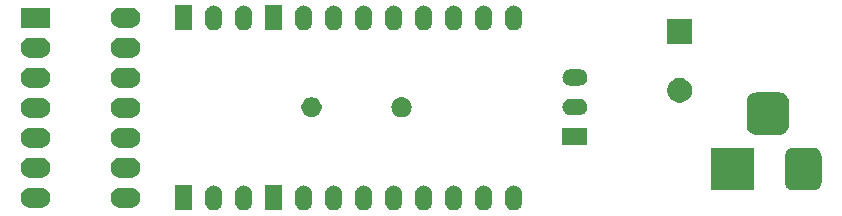
<source format=gbr>
G04 #@! TF.GenerationSoftware,KiCad,Pcbnew,(5.1.4)-1*
G04 #@! TF.CreationDate,2019-11-08T17:43:16+01:00*
G04 #@! TF.ProjectId,ArtNetNode,4172744e-6574-44e6-9f64-652e6b696361,rev?*
G04 #@! TF.SameCoordinates,Original*
G04 #@! TF.FileFunction,Soldermask,Top*
G04 #@! TF.FilePolarity,Negative*
%FSLAX46Y46*%
G04 Gerber Fmt 4.6, Leading zero omitted, Abs format (unit mm)*
G04 Created by KiCad (PCBNEW (5.1.4)-1) date 2019-11-08 17:43:16*
%MOMM*%
%LPD*%
G04 APERTURE LIST*
%ADD10C,0.100000*%
G04 APERTURE END LIST*
D10*
G36*
X177197420Y-76319143D02*
G01*
X177329556Y-76359227D01*
X177329558Y-76359228D01*
X177451338Y-76424320D01*
X177451340Y-76424321D01*
X177451339Y-76424321D01*
X177558080Y-76511920D01*
X177630615Y-76600305D01*
X177645680Y-76618661D01*
X177710772Y-76740441D01*
X177710773Y-76740443D01*
X177750857Y-76872579D01*
X177761000Y-76975568D01*
X177761000Y-77744432D01*
X177750857Y-77847421D01*
X177720449Y-77947659D01*
X177710772Y-77979559D01*
X177645680Y-78101339D01*
X177558080Y-78208080D01*
X177451339Y-78295680D01*
X177329559Y-78360772D01*
X177329557Y-78360773D01*
X177197421Y-78400857D01*
X177060000Y-78414391D01*
X176922580Y-78400857D01*
X176790444Y-78360773D01*
X176790442Y-78360772D01*
X176668662Y-78295680D01*
X176561921Y-78208080D01*
X176474321Y-78101339D01*
X176409229Y-77979559D01*
X176399552Y-77947659D01*
X176369143Y-77847421D01*
X176359000Y-77744432D01*
X176359000Y-76975569D01*
X176369143Y-76872580D01*
X176409227Y-76740444D01*
X176414275Y-76731000D01*
X176474320Y-76618662D01*
X176528227Y-76552976D01*
X176561920Y-76511920D01*
X176668660Y-76424321D01*
X176668659Y-76424321D01*
X176668661Y-76424320D01*
X176790441Y-76359228D01*
X176790443Y-76359227D01*
X176922579Y-76319143D01*
X177060000Y-76305609D01*
X177197420Y-76319143D01*
X177197420Y-76319143D01*
G37*
G36*
X179737420Y-76319143D02*
G01*
X179869556Y-76359227D01*
X179869558Y-76359228D01*
X179991338Y-76424320D01*
X179991340Y-76424321D01*
X179991339Y-76424321D01*
X180098080Y-76511920D01*
X180170615Y-76600305D01*
X180185680Y-76618661D01*
X180250772Y-76740441D01*
X180250773Y-76740443D01*
X180290857Y-76872579D01*
X180301000Y-76975568D01*
X180301000Y-77744432D01*
X180290857Y-77847421D01*
X180260449Y-77947659D01*
X180250772Y-77979559D01*
X180185680Y-78101339D01*
X180098080Y-78208080D01*
X179991339Y-78295680D01*
X179869559Y-78360772D01*
X179869557Y-78360773D01*
X179737421Y-78400857D01*
X179600000Y-78414391D01*
X179462580Y-78400857D01*
X179330444Y-78360773D01*
X179330442Y-78360772D01*
X179208662Y-78295680D01*
X179101921Y-78208080D01*
X179014321Y-78101339D01*
X178949229Y-77979559D01*
X178939552Y-77947659D01*
X178909143Y-77847421D01*
X178899000Y-77744432D01*
X178899000Y-76975569D01*
X178909143Y-76872580D01*
X178949227Y-76740444D01*
X178954275Y-76731000D01*
X179014320Y-76618662D01*
X179068227Y-76552976D01*
X179101920Y-76511920D01*
X179208660Y-76424321D01*
X179208659Y-76424321D01*
X179208661Y-76424320D01*
X179330441Y-76359228D01*
X179330443Y-76359227D01*
X179462579Y-76319143D01*
X179600000Y-76305609D01*
X179737420Y-76319143D01*
X179737420Y-76319143D01*
G37*
G36*
X197517420Y-76319143D02*
G01*
X197649556Y-76359227D01*
X197649558Y-76359228D01*
X197771338Y-76424320D01*
X197771340Y-76424321D01*
X197771339Y-76424321D01*
X197878080Y-76511920D01*
X197950615Y-76600305D01*
X197965680Y-76618661D01*
X198030772Y-76740441D01*
X198030773Y-76740443D01*
X198070857Y-76872579D01*
X198081000Y-76975568D01*
X198081000Y-77744432D01*
X198070857Y-77847421D01*
X198040449Y-77947659D01*
X198030772Y-77979559D01*
X197965680Y-78101339D01*
X197878080Y-78208080D01*
X197771339Y-78295680D01*
X197649559Y-78360772D01*
X197649557Y-78360773D01*
X197517421Y-78400857D01*
X197380000Y-78414391D01*
X197242580Y-78400857D01*
X197110444Y-78360773D01*
X197110442Y-78360772D01*
X196988662Y-78295680D01*
X196881921Y-78208080D01*
X196794321Y-78101339D01*
X196729229Y-77979559D01*
X196719552Y-77947659D01*
X196689143Y-77847421D01*
X196679000Y-77744432D01*
X196679000Y-76975569D01*
X196689143Y-76872580D01*
X196729227Y-76740444D01*
X196734275Y-76731000D01*
X196794320Y-76618662D01*
X196848227Y-76552976D01*
X196881920Y-76511920D01*
X196988660Y-76424321D01*
X196988659Y-76424321D01*
X196988661Y-76424320D01*
X197110441Y-76359228D01*
X197110443Y-76359227D01*
X197242579Y-76319143D01*
X197380000Y-76305609D01*
X197517420Y-76319143D01*
X197517420Y-76319143D01*
G37*
G36*
X200057420Y-76319143D02*
G01*
X200189556Y-76359227D01*
X200189558Y-76359228D01*
X200311338Y-76424320D01*
X200311340Y-76424321D01*
X200311339Y-76424321D01*
X200418080Y-76511920D01*
X200490615Y-76600305D01*
X200505680Y-76618661D01*
X200570772Y-76740441D01*
X200570773Y-76740443D01*
X200610857Y-76872579D01*
X200621000Y-76975568D01*
X200621000Y-77744432D01*
X200610857Y-77847421D01*
X200580449Y-77947659D01*
X200570772Y-77979559D01*
X200505680Y-78101339D01*
X200418080Y-78208080D01*
X200311339Y-78295680D01*
X200189559Y-78360772D01*
X200189557Y-78360773D01*
X200057421Y-78400857D01*
X199920000Y-78414391D01*
X199782580Y-78400857D01*
X199650444Y-78360773D01*
X199650442Y-78360772D01*
X199528662Y-78295680D01*
X199421921Y-78208080D01*
X199334321Y-78101339D01*
X199269229Y-77979559D01*
X199259552Y-77947659D01*
X199229143Y-77847421D01*
X199219000Y-77744432D01*
X199219000Y-76975569D01*
X199229143Y-76872580D01*
X199269227Y-76740444D01*
X199274275Y-76731000D01*
X199334320Y-76618662D01*
X199388227Y-76552976D01*
X199421920Y-76511920D01*
X199528660Y-76424321D01*
X199528659Y-76424321D01*
X199528661Y-76424320D01*
X199650441Y-76359228D01*
X199650443Y-76359227D01*
X199782579Y-76319143D01*
X199920000Y-76305609D01*
X200057420Y-76319143D01*
X200057420Y-76319143D01*
G37*
G36*
X194977420Y-76319143D02*
G01*
X195109556Y-76359227D01*
X195109558Y-76359228D01*
X195231338Y-76424320D01*
X195231340Y-76424321D01*
X195231339Y-76424321D01*
X195338080Y-76511920D01*
X195410615Y-76600305D01*
X195425680Y-76618661D01*
X195490772Y-76740441D01*
X195490773Y-76740443D01*
X195530857Y-76872579D01*
X195541000Y-76975568D01*
X195541000Y-77744432D01*
X195530857Y-77847421D01*
X195500449Y-77947659D01*
X195490772Y-77979559D01*
X195425680Y-78101339D01*
X195338080Y-78208080D01*
X195231339Y-78295680D01*
X195109559Y-78360772D01*
X195109557Y-78360773D01*
X194977421Y-78400857D01*
X194840000Y-78414391D01*
X194702580Y-78400857D01*
X194570444Y-78360773D01*
X194570442Y-78360772D01*
X194448662Y-78295680D01*
X194341921Y-78208080D01*
X194254321Y-78101339D01*
X194189229Y-77979559D01*
X194179552Y-77947659D01*
X194149143Y-77847421D01*
X194139000Y-77744432D01*
X194139000Y-76975569D01*
X194149143Y-76872580D01*
X194189227Y-76740444D01*
X194194275Y-76731000D01*
X194254320Y-76618662D01*
X194308227Y-76552976D01*
X194341920Y-76511920D01*
X194448660Y-76424321D01*
X194448659Y-76424321D01*
X194448661Y-76424320D01*
X194570441Y-76359228D01*
X194570443Y-76359227D01*
X194702579Y-76319143D01*
X194840000Y-76305609D01*
X194977420Y-76319143D01*
X194977420Y-76319143D01*
G37*
G36*
X202597420Y-76319143D02*
G01*
X202729556Y-76359227D01*
X202729558Y-76359228D01*
X202851338Y-76424320D01*
X202851340Y-76424321D01*
X202851339Y-76424321D01*
X202958080Y-76511920D01*
X203030615Y-76600305D01*
X203045680Y-76618661D01*
X203110772Y-76740441D01*
X203110773Y-76740443D01*
X203150857Y-76872579D01*
X203161000Y-76975568D01*
X203161000Y-77744432D01*
X203150857Y-77847421D01*
X203120449Y-77947659D01*
X203110772Y-77979559D01*
X203045680Y-78101339D01*
X202958080Y-78208080D01*
X202851339Y-78295680D01*
X202729559Y-78360772D01*
X202729557Y-78360773D01*
X202597421Y-78400857D01*
X202460000Y-78414391D01*
X202322580Y-78400857D01*
X202190444Y-78360773D01*
X202190442Y-78360772D01*
X202068662Y-78295680D01*
X201961921Y-78208080D01*
X201874321Y-78101339D01*
X201809229Y-77979559D01*
X201799552Y-77947659D01*
X201769143Y-77847421D01*
X201759000Y-77744432D01*
X201759000Y-76975569D01*
X201769143Y-76872580D01*
X201809227Y-76740444D01*
X201814275Y-76731000D01*
X201874320Y-76618662D01*
X201928227Y-76552976D01*
X201961920Y-76511920D01*
X202068660Y-76424321D01*
X202068659Y-76424321D01*
X202068661Y-76424320D01*
X202190441Y-76359228D01*
X202190443Y-76359227D01*
X202322579Y-76319143D01*
X202460000Y-76305609D01*
X202597420Y-76319143D01*
X202597420Y-76319143D01*
G37*
G36*
X189897420Y-76319143D02*
G01*
X190029556Y-76359227D01*
X190029558Y-76359228D01*
X190151338Y-76424320D01*
X190151340Y-76424321D01*
X190151339Y-76424321D01*
X190258080Y-76511920D01*
X190330615Y-76600305D01*
X190345680Y-76618661D01*
X190410772Y-76740441D01*
X190410773Y-76740443D01*
X190450857Y-76872579D01*
X190461000Y-76975568D01*
X190461000Y-77744432D01*
X190450857Y-77847421D01*
X190420449Y-77947659D01*
X190410772Y-77979559D01*
X190345680Y-78101339D01*
X190258080Y-78208080D01*
X190151339Y-78295680D01*
X190029559Y-78360772D01*
X190029557Y-78360773D01*
X189897421Y-78400857D01*
X189760000Y-78414391D01*
X189622580Y-78400857D01*
X189490444Y-78360773D01*
X189490442Y-78360772D01*
X189368662Y-78295680D01*
X189261921Y-78208080D01*
X189174321Y-78101339D01*
X189109229Y-77979559D01*
X189099552Y-77947659D01*
X189069143Y-77847421D01*
X189059000Y-77744432D01*
X189059000Y-76975569D01*
X189069143Y-76872580D01*
X189109227Y-76740444D01*
X189114275Y-76731000D01*
X189174320Y-76618662D01*
X189228227Y-76552976D01*
X189261920Y-76511920D01*
X189368660Y-76424321D01*
X189368659Y-76424321D01*
X189368661Y-76424320D01*
X189490441Y-76359228D01*
X189490443Y-76359227D01*
X189622579Y-76319143D01*
X189760000Y-76305609D01*
X189897420Y-76319143D01*
X189897420Y-76319143D01*
G37*
G36*
X187357420Y-76319143D02*
G01*
X187489556Y-76359227D01*
X187489558Y-76359228D01*
X187611338Y-76424320D01*
X187611340Y-76424321D01*
X187611339Y-76424321D01*
X187718080Y-76511920D01*
X187790615Y-76600305D01*
X187805680Y-76618661D01*
X187870772Y-76740441D01*
X187870773Y-76740443D01*
X187910857Y-76872579D01*
X187921000Y-76975568D01*
X187921000Y-77744432D01*
X187910857Y-77847421D01*
X187880449Y-77947659D01*
X187870772Y-77979559D01*
X187805680Y-78101339D01*
X187718080Y-78208080D01*
X187611339Y-78295680D01*
X187489559Y-78360772D01*
X187489557Y-78360773D01*
X187357421Y-78400857D01*
X187220000Y-78414391D01*
X187082580Y-78400857D01*
X186950444Y-78360773D01*
X186950442Y-78360772D01*
X186828662Y-78295680D01*
X186721921Y-78208080D01*
X186634321Y-78101339D01*
X186569229Y-77979559D01*
X186559552Y-77947659D01*
X186529143Y-77847421D01*
X186519000Y-77744432D01*
X186519000Y-76975569D01*
X186529143Y-76872580D01*
X186569227Y-76740444D01*
X186574275Y-76731000D01*
X186634320Y-76618662D01*
X186688227Y-76552976D01*
X186721920Y-76511920D01*
X186828660Y-76424321D01*
X186828659Y-76424321D01*
X186828661Y-76424320D01*
X186950441Y-76359228D01*
X186950443Y-76359227D01*
X187082579Y-76319143D01*
X187220000Y-76305609D01*
X187357420Y-76319143D01*
X187357420Y-76319143D01*
G37*
G36*
X184817420Y-76319143D02*
G01*
X184949556Y-76359227D01*
X184949558Y-76359228D01*
X185071338Y-76424320D01*
X185071340Y-76424321D01*
X185071339Y-76424321D01*
X185178080Y-76511920D01*
X185250615Y-76600305D01*
X185265680Y-76618661D01*
X185330772Y-76740441D01*
X185330773Y-76740443D01*
X185370857Y-76872579D01*
X185381000Y-76975568D01*
X185381000Y-77744432D01*
X185370857Y-77847421D01*
X185340449Y-77947659D01*
X185330772Y-77979559D01*
X185265680Y-78101339D01*
X185178080Y-78208080D01*
X185071339Y-78295680D01*
X184949559Y-78360772D01*
X184949557Y-78360773D01*
X184817421Y-78400857D01*
X184680000Y-78414391D01*
X184542580Y-78400857D01*
X184410444Y-78360773D01*
X184410442Y-78360772D01*
X184288662Y-78295680D01*
X184181921Y-78208080D01*
X184094321Y-78101339D01*
X184029229Y-77979559D01*
X184019552Y-77947659D01*
X183989143Y-77847421D01*
X183979000Y-77744432D01*
X183979000Y-76975569D01*
X183989143Y-76872580D01*
X184029227Y-76740444D01*
X184034275Y-76731000D01*
X184094320Y-76618662D01*
X184148227Y-76552976D01*
X184181920Y-76511920D01*
X184288660Y-76424321D01*
X184288659Y-76424321D01*
X184288661Y-76424320D01*
X184410441Y-76359228D01*
X184410443Y-76359227D01*
X184542579Y-76319143D01*
X184680000Y-76305609D01*
X184817420Y-76319143D01*
X184817420Y-76319143D01*
G37*
G36*
X192437420Y-76319143D02*
G01*
X192569556Y-76359227D01*
X192569558Y-76359228D01*
X192691338Y-76424320D01*
X192691340Y-76424321D01*
X192691339Y-76424321D01*
X192798080Y-76511920D01*
X192870615Y-76600305D01*
X192885680Y-76618661D01*
X192950772Y-76740441D01*
X192950773Y-76740443D01*
X192990857Y-76872579D01*
X193001000Y-76975568D01*
X193001000Y-77744432D01*
X192990857Y-77847421D01*
X192960449Y-77947659D01*
X192950772Y-77979559D01*
X192885680Y-78101339D01*
X192798080Y-78208080D01*
X192691339Y-78295680D01*
X192569559Y-78360772D01*
X192569557Y-78360773D01*
X192437421Y-78400857D01*
X192300000Y-78414391D01*
X192162580Y-78400857D01*
X192030444Y-78360773D01*
X192030442Y-78360772D01*
X191908662Y-78295680D01*
X191801921Y-78208080D01*
X191714321Y-78101339D01*
X191649229Y-77979559D01*
X191639552Y-77947659D01*
X191609143Y-77847421D01*
X191599000Y-77744432D01*
X191599000Y-76975569D01*
X191609143Y-76872580D01*
X191649227Y-76740444D01*
X191654275Y-76731000D01*
X191714320Y-76618662D01*
X191768227Y-76552976D01*
X191801920Y-76511920D01*
X191908660Y-76424321D01*
X191908659Y-76424321D01*
X191908661Y-76424320D01*
X192030441Y-76359228D01*
X192030443Y-76359227D01*
X192162579Y-76319143D01*
X192300000Y-76305609D01*
X192437420Y-76319143D01*
X192437420Y-76319143D01*
G37*
G36*
X175221000Y-78411000D02*
G01*
X173819000Y-78411000D01*
X173819000Y-76309000D01*
X175221000Y-76309000D01*
X175221000Y-78411000D01*
X175221000Y-78411000D01*
G37*
G36*
X182841000Y-78411000D02*
G01*
X181439000Y-78411000D01*
X181439000Y-76309000D01*
X182841000Y-76309000D01*
X182841000Y-78411000D01*
X182841000Y-78411000D01*
G37*
G36*
X162542623Y-76504313D02*
G01*
X162703042Y-76552976D01*
X162791588Y-76600305D01*
X162850878Y-76631996D01*
X162980459Y-76738341D01*
X163086804Y-76867922D01*
X163086805Y-76867924D01*
X163165824Y-77015758D01*
X163214487Y-77176177D01*
X163230917Y-77343000D01*
X163214487Y-77509823D01*
X163165824Y-77670242D01*
X163094914Y-77802906D01*
X163086804Y-77818078D01*
X162980459Y-77947659D01*
X162850878Y-78054004D01*
X162850876Y-78054005D01*
X162703042Y-78133024D01*
X162542623Y-78181687D01*
X162417604Y-78194000D01*
X161533996Y-78194000D01*
X161408977Y-78181687D01*
X161248558Y-78133024D01*
X161100724Y-78054005D01*
X161100722Y-78054004D01*
X160971141Y-77947659D01*
X160864796Y-77818078D01*
X160856686Y-77802906D01*
X160785776Y-77670242D01*
X160737113Y-77509823D01*
X160720683Y-77343000D01*
X160737113Y-77176177D01*
X160785776Y-77015758D01*
X160864795Y-76867924D01*
X160864796Y-76867922D01*
X160971141Y-76738341D01*
X161100722Y-76631996D01*
X161160012Y-76600305D01*
X161248558Y-76552976D01*
X161408977Y-76504313D01*
X161533996Y-76492000D01*
X162417604Y-76492000D01*
X162542623Y-76504313D01*
X162542623Y-76504313D01*
G37*
G36*
X170162623Y-76504313D02*
G01*
X170323042Y-76552976D01*
X170411588Y-76600305D01*
X170470878Y-76631996D01*
X170600459Y-76738341D01*
X170706804Y-76867922D01*
X170706805Y-76867924D01*
X170785824Y-77015758D01*
X170834487Y-77176177D01*
X170850917Y-77343000D01*
X170834487Y-77509823D01*
X170785824Y-77670242D01*
X170714914Y-77802906D01*
X170706804Y-77818078D01*
X170600459Y-77947659D01*
X170470878Y-78054004D01*
X170470876Y-78054005D01*
X170323042Y-78133024D01*
X170162623Y-78181687D01*
X170037604Y-78194000D01*
X169153996Y-78194000D01*
X169028977Y-78181687D01*
X168868558Y-78133024D01*
X168720724Y-78054005D01*
X168720722Y-78054004D01*
X168591141Y-77947659D01*
X168484796Y-77818078D01*
X168476686Y-77802906D01*
X168405776Y-77670242D01*
X168357113Y-77509823D01*
X168340683Y-77343000D01*
X168357113Y-77176177D01*
X168405776Y-77015758D01*
X168484795Y-76867924D01*
X168484796Y-76867922D01*
X168591141Y-76738341D01*
X168720722Y-76631996D01*
X168780012Y-76600305D01*
X168868558Y-76552976D01*
X169028977Y-76504313D01*
X169153996Y-76492000D01*
X170037604Y-76492000D01*
X170162623Y-76504313D01*
X170162623Y-76504313D01*
G37*
G36*
X222781000Y-76731000D02*
G01*
X219179000Y-76731000D01*
X219179000Y-73129000D01*
X222781000Y-73129000D01*
X222781000Y-76731000D01*
X222781000Y-76731000D01*
G37*
G36*
X227956979Y-73143293D02*
G01*
X228090625Y-73183834D01*
X228213784Y-73249664D01*
X228321740Y-73338260D01*
X228410336Y-73446216D01*
X228476166Y-73569375D01*
X228516707Y-73703021D01*
X228531000Y-73848140D01*
X228531000Y-76011860D01*
X228516707Y-76156979D01*
X228476166Y-76290625D01*
X228410336Y-76413784D01*
X228321740Y-76521740D01*
X228213784Y-76610336D01*
X228090625Y-76676166D01*
X227956979Y-76716707D01*
X227811860Y-76731000D01*
X226148140Y-76731000D01*
X226003021Y-76716707D01*
X225869375Y-76676166D01*
X225746216Y-76610336D01*
X225638260Y-76521740D01*
X225549664Y-76413784D01*
X225483834Y-76290625D01*
X225443293Y-76156979D01*
X225429000Y-76011860D01*
X225429000Y-73848140D01*
X225443293Y-73703021D01*
X225483834Y-73569375D01*
X225549664Y-73446216D01*
X225638260Y-73338260D01*
X225746216Y-73249664D01*
X225869375Y-73183834D01*
X226003021Y-73143293D01*
X226148140Y-73129000D01*
X227811860Y-73129000D01*
X227956979Y-73143293D01*
X227956979Y-73143293D01*
G37*
G36*
X170162623Y-73964313D02*
G01*
X170323042Y-74012976D01*
X170455706Y-74083886D01*
X170470878Y-74091996D01*
X170600459Y-74198341D01*
X170706804Y-74327922D01*
X170706805Y-74327924D01*
X170785824Y-74475758D01*
X170834487Y-74636177D01*
X170850917Y-74803000D01*
X170834487Y-74969823D01*
X170785824Y-75130242D01*
X170714914Y-75262906D01*
X170706804Y-75278078D01*
X170600459Y-75407659D01*
X170470878Y-75514004D01*
X170470876Y-75514005D01*
X170323042Y-75593024D01*
X170162623Y-75641687D01*
X170037604Y-75654000D01*
X169153996Y-75654000D01*
X169028977Y-75641687D01*
X168868558Y-75593024D01*
X168720724Y-75514005D01*
X168720722Y-75514004D01*
X168591141Y-75407659D01*
X168484796Y-75278078D01*
X168476686Y-75262906D01*
X168405776Y-75130242D01*
X168357113Y-74969823D01*
X168340683Y-74803000D01*
X168357113Y-74636177D01*
X168405776Y-74475758D01*
X168484795Y-74327924D01*
X168484796Y-74327922D01*
X168591141Y-74198341D01*
X168720722Y-74091996D01*
X168735894Y-74083886D01*
X168868558Y-74012976D01*
X169028977Y-73964313D01*
X169153996Y-73952000D01*
X170037604Y-73952000D01*
X170162623Y-73964313D01*
X170162623Y-73964313D01*
G37*
G36*
X162542623Y-73964313D02*
G01*
X162703042Y-74012976D01*
X162835706Y-74083886D01*
X162850878Y-74091996D01*
X162980459Y-74198341D01*
X163086804Y-74327922D01*
X163086805Y-74327924D01*
X163165824Y-74475758D01*
X163214487Y-74636177D01*
X163230917Y-74803000D01*
X163214487Y-74969823D01*
X163165824Y-75130242D01*
X163094914Y-75262906D01*
X163086804Y-75278078D01*
X162980459Y-75407659D01*
X162850878Y-75514004D01*
X162850876Y-75514005D01*
X162703042Y-75593024D01*
X162542623Y-75641687D01*
X162417604Y-75654000D01*
X161533996Y-75654000D01*
X161408977Y-75641687D01*
X161248558Y-75593024D01*
X161100724Y-75514005D01*
X161100722Y-75514004D01*
X160971141Y-75407659D01*
X160864796Y-75278078D01*
X160856686Y-75262906D01*
X160785776Y-75130242D01*
X160737113Y-74969823D01*
X160720683Y-74803000D01*
X160737113Y-74636177D01*
X160785776Y-74475758D01*
X160864795Y-74327924D01*
X160864796Y-74327922D01*
X160971141Y-74198341D01*
X161100722Y-74091996D01*
X161115894Y-74083886D01*
X161248558Y-74012976D01*
X161408977Y-73964313D01*
X161533996Y-73952000D01*
X162417604Y-73952000D01*
X162542623Y-73964313D01*
X162542623Y-73964313D01*
G37*
G36*
X162542623Y-71424313D02*
G01*
X162703042Y-71472976D01*
X162778782Y-71513460D01*
X162850878Y-71551996D01*
X162980459Y-71658341D01*
X163086804Y-71787922D01*
X163086805Y-71787924D01*
X163165824Y-71935758D01*
X163214487Y-72096177D01*
X163230917Y-72263000D01*
X163214487Y-72429823D01*
X163165824Y-72590242D01*
X163094914Y-72722906D01*
X163086804Y-72738078D01*
X162980459Y-72867659D01*
X162850878Y-72974004D01*
X162850876Y-72974005D01*
X162703042Y-73053024D01*
X162542623Y-73101687D01*
X162417604Y-73114000D01*
X161533996Y-73114000D01*
X161408977Y-73101687D01*
X161248558Y-73053024D01*
X161100724Y-72974005D01*
X161100722Y-72974004D01*
X160971141Y-72867659D01*
X160864796Y-72738078D01*
X160856686Y-72722906D01*
X160785776Y-72590242D01*
X160737113Y-72429823D01*
X160720683Y-72263000D01*
X160737113Y-72096177D01*
X160785776Y-71935758D01*
X160864795Y-71787924D01*
X160864796Y-71787922D01*
X160971141Y-71658341D01*
X161100722Y-71551996D01*
X161172818Y-71513460D01*
X161248558Y-71472976D01*
X161408977Y-71424313D01*
X161533996Y-71412000D01*
X162417604Y-71412000D01*
X162542623Y-71424313D01*
X162542623Y-71424313D01*
G37*
G36*
X170162623Y-71424313D02*
G01*
X170323042Y-71472976D01*
X170398782Y-71513460D01*
X170470878Y-71551996D01*
X170600459Y-71658341D01*
X170706804Y-71787922D01*
X170706805Y-71787924D01*
X170785824Y-71935758D01*
X170834487Y-72096177D01*
X170850917Y-72263000D01*
X170834487Y-72429823D01*
X170785824Y-72590242D01*
X170714914Y-72722906D01*
X170706804Y-72738078D01*
X170600459Y-72867659D01*
X170470878Y-72974004D01*
X170470876Y-72974005D01*
X170323042Y-73053024D01*
X170162623Y-73101687D01*
X170037604Y-73114000D01*
X169153996Y-73114000D01*
X169028977Y-73101687D01*
X168868558Y-73053024D01*
X168720724Y-72974005D01*
X168720722Y-72974004D01*
X168591141Y-72867659D01*
X168484796Y-72738078D01*
X168476686Y-72722906D01*
X168405776Y-72590242D01*
X168357113Y-72429823D01*
X168340683Y-72263000D01*
X168357113Y-72096177D01*
X168405776Y-71935758D01*
X168484795Y-71787924D01*
X168484796Y-71787922D01*
X168591141Y-71658341D01*
X168720722Y-71551996D01*
X168792818Y-71513460D01*
X168868558Y-71472976D01*
X169028977Y-71424313D01*
X169153996Y-71412000D01*
X170037604Y-71412000D01*
X170162623Y-71424313D01*
X170162623Y-71424313D01*
G37*
G36*
X208696000Y-72860500D02*
G01*
X206594000Y-72860500D01*
X206594000Y-71458500D01*
X208696000Y-71458500D01*
X208696000Y-72860500D01*
X208696000Y-72860500D01*
G37*
G36*
X225106366Y-68445695D02*
G01*
X225263460Y-68493349D01*
X225408231Y-68570731D01*
X225535128Y-68674872D01*
X225639269Y-68801769D01*
X225716651Y-68946540D01*
X225764305Y-69103634D01*
X225781000Y-69273140D01*
X225781000Y-71186860D01*
X225764305Y-71356366D01*
X225716651Y-71513460D01*
X225639269Y-71658231D01*
X225535128Y-71785128D01*
X225408231Y-71889269D01*
X225263460Y-71966651D01*
X225106366Y-72014305D01*
X224936860Y-72031000D01*
X223023140Y-72031000D01*
X222853634Y-72014305D01*
X222696540Y-71966651D01*
X222551769Y-71889269D01*
X222424872Y-71785128D01*
X222320731Y-71658231D01*
X222243349Y-71513460D01*
X222195695Y-71356366D01*
X222179000Y-71186860D01*
X222179000Y-69273140D01*
X222195695Y-69103634D01*
X222243349Y-68946540D01*
X222320731Y-68801769D01*
X222424872Y-68674872D01*
X222551769Y-68570731D01*
X222696540Y-68493349D01*
X222853634Y-68445695D01*
X223023140Y-68429000D01*
X224936860Y-68429000D01*
X225106366Y-68445695D01*
X225106366Y-68445695D01*
G37*
G36*
X162542623Y-68884313D02*
G01*
X162703042Y-68932976D01*
X162803356Y-68986595D01*
X162850878Y-69011996D01*
X162980459Y-69118341D01*
X163086804Y-69247922D01*
X163086805Y-69247924D01*
X163165824Y-69395758D01*
X163214487Y-69556177D01*
X163230917Y-69723000D01*
X163214487Y-69889823D01*
X163165824Y-70050242D01*
X163094914Y-70182906D01*
X163086804Y-70198078D01*
X162980459Y-70327659D01*
X162850878Y-70434004D01*
X162850876Y-70434005D01*
X162703042Y-70513024D01*
X162542623Y-70561687D01*
X162417604Y-70574000D01*
X161533996Y-70574000D01*
X161408977Y-70561687D01*
X161248558Y-70513024D01*
X161100724Y-70434005D01*
X161100722Y-70434004D01*
X160971141Y-70327659D01*
X160864796Y-70198078D01*
X160856686Y-70182906D01*
X160785776Y-70050242D01*
X160737113Y-69889823D01*
X160720683Y-69723000D01*
X160737113Y-69556177D01*
X160785776Y-69395758D01*
X160864795Y-69247924D01*
X160864796Y-69247922D01*
X160971141Y-69118341D01*
X161100722Y-69011996D01*
X161148244Y-68986595D01*
X161248558Y-68932976D01*
X161408977Y-68884313D01*
X161533996Y-68872000D01*
X162417604Y-68872000D01*
X162542623Y-68884313D01*
X162542623Y-68884313D01*
G37*
G36*
X170162623Y-68884313D02*
G01*
X170323042Y-68932976D01*
X170423356Y-68986595D01*
X170470878Y-69011996D01*
X170600459Y-69118341D01*
X170706804Y-69247922D01*
X170706805Y-69247924D01*
X170785824Y-69395758D01*
X170834487Y-69556177D01*
X170850917Y-69723000D01*
X170834487Y-69889823D01*
X170785824Y-70050242D01*
X170714914Y-70182906D01*
X170706804Y-70198078D01*
X170600459Y-70327659D01*
X170470878Y-70434004D01*
X170470876Y-70434005D01*
X170323042Y-70513024D01*
X170162623Y-70561687D01*
X170037604Y-70574000D01*
X169153996Y-70574000D01*
X169028977Y-70561687D01*
X168868558Y-70513024D01*
X168720724Y-70434005D01*
X168720722Y-70434004D01*
X168591141Y-70327659D01*
X168484796Y-70198078D01*
X168476686Y-70182906D01*
X168405776Y-70050242D01*
X168357113Y-69889823D01*
X168340683Y-69723000D01*
X168357113Y-69556177D01*
X168405776Y-69395758D01*
X168484795Y-69247924D01*
X168484796Y-69247922D01*
X168591141Y-69118341D01*
X168720722Y-69011996D01*
X168768244Y-68986595D01*
X168868558Y-68932976D01*
X169028977Y-68884313D01*
X169153996Y-68872000D01*
X170037604Y-68872000D01*
X170162623Y-68884313D01*
X170162623Y-68884313D01*
G37*
G36*
X185592028Y-68879303D02*
G01*
X185746900Y-68943453D01*
X185886281Y-69036585D01*
X186004815Y-69155119D01*
X186097947Y-69294500D01*
X186162097Y-69449372D01*
X186194800Y-69613784D01*
X186194800Y-69781416D01*
X186162097Y-69945828D01*
X186097947Y-70100700D01*
X186004815Y-70240081D01*
X185886281Y-70358615D01*
X185746900Y-70451747D01*
X185592028Y-70515897D01*
X185427616Y-70548600D01*
X185259984Y-70548600D01*
X185095572Y-70515897D01*
X184940700Y-70451747D01*
X184801319Y-70358615D01*
X184682785Y-70240081D01*
X184589653Y-70100700D01*
X184525503Y-69945828D01*
X184492800Y-69781416D01*
X184492800Y-69613784D01*
X184525503Y-69449372D01*
X184589653Y-69294500D01*
X184682785Y-69155119D01*
X184801319Y-69036585D01*
X184940700Y-68943453D01*
X185095572Y-68879303D01*
X185259984Y-68846600D01*
X185427616Y-68846600D01*
X185592028Y-68879303D01*
X185592028Y-68879303D01*
G37*
G36*
X193130623Y-68858913D02*
G01*
X193291042Y-68907576D01*
X193358161Y-68943452D01*
X193438878Y-68986596D01*
X193568459Y-69092941D01*
X193674804Y-69222522D01*
X193674805Y-69222524D01*
X193753824Y-69370358D01*
X193753825Y-69370361D01*
X193759765Y-69389943D01*
X193802487Y-69530777D01*
X193818917Y-69697600D01*
X193802487Y-69864423D01*
X193753824Y-70024842D01*
X193713277Y-70100700D01*
X193674804Y-70172678D01*
X193568459Y-70302259D01*
X193438878Y-70408604D01*
X193438876Y-70408605D01*
X193291042Y-70487624D01*
X193130623Y-70536287D01*
X193005604Y-70548600D01*
X192921996Y-70548600D01*
X192796977Y-70536287D01*
X192636558Y-70487624D01*
X192488724Y-70408605D01*
X192488722Y-70408604D01*
X192359141Y-70302259D01*
X192252796Y-70172678D01*
X192214323Y-70100700D01*
X192173776Y-70024842D01*
X192125113Y-69864423D01*
X192108683Y-69697600D01*
X192125113Y-69530777D01*
X192167835Y-69389943D01*
X192173775Y-69370361D01*
X192173776Y-69370358D01*
X192252795Y-69222524D01*
X192252796Y-69222522D01*
X192359141Y-69092941D01*
X192488722Y-68986596D01*
X192569439Y-68943452D01*
X192636558Y-68907576D01*
X192796977Y-68858913D01*
X192921996Y-68846600D01*
X193005604Y-68846600D01*
X193130623Y-68858913D01*
X193130623Y-68858913D01*
G37*
G36*
X208132421Y-68968643D02*
G01*
X208264557Y-69008727D01*
X208264559Y-69008728D01*
X208386339Y-69073820D01*
X208493080Y-69161420D01*
X208580680Y-69268161D01*
X208613466Y-69329500D01*
X208645773Y-69389943D01*
X208685857Y-69522079D01*
X208699391Y-69659500D01*
X208685857Y-69796921D01*
X208657674Y-69889825D01*
X208645772Y-69929059D01*
X208580680Y-70050839D01*
X208493080Y-70157580D01*
X208386339Y-70245180D01*
X208279550Y-70302259D01*
X208264557Y-70310273D01*
X208132421Y-70350357D01*
X208029432Y-70360500D01*
X207260568Y-70360500D01*
X207157579Y-70350357D01*
X207025443Y-70310273D01*
X207010450Y-70302259D01*
X206903661Y-70245180D01*
X206796920Y-70157580D01*
X206709320Y-70050839D01*
X206644228Y-69929059D01*
X206632326Y-69889825D01*
X206604143Y-69796921D01*
X206590609Y-69659500D01*
X206604143Y-69522079D01*
X206644227Y-69389943D01*
X206676534Y-69329500D01*
X206709320Y-69268161D01*
X206796920Y-69161420D01*
X206903661Y-69073820D01*
X207025441Y-69008728D01*
X207025443Y-69008727D01*
X207157579Y-68968643D01*
X207260568Y-68958500D01*
X208029432Y-68958500D01*
X208132421Y-68968643D01*
X208132421Y-68968643D01*
G37*
G36*
X216816164Y-67235389D02*
G01*
X217007433Y-67314615D01*
X217007435Y-67314616D01*
X217179573Y-67429635D01*
X217325965Y-67576027D01*
X217438989Y-67745179D01*
X217440985Y-67748167D01*
X217520211Y-67939436D01*
X217560600Y-68142484D01*
X217560600Y-68349516D01*
X217520211Y-68552564D01*
X217462144Y-68692750D01*
X217440984Y-68743835D01*
X217325965Y-68915973D01*
X217179573Y-69062365D01*
X217007435Y-69177384D01*
X217007434Y-69177385D01*
X217007433Y-69177385D01*
X216816164Y-69256611D01*
X216613116Y-69297000D01*
X216406084Y-69297000D01*
X216203036Y-69256611D01*
X216011767Y-69177385D01*
X216011766Y-69177385D01*
X216011765Y-69177384D01*
X215839627Y-69062365D01*
X215693235Y-68915973D01*
X215578216Y-68743835D01*
X215557056Y-68692750D01*
X215498989Y-68552564D01*
X215458600Y-68349516D01*
X215458600Y-68142484D01*
X215498989Y-67939436D01*
X215578215Y-67748167D01*
X215580212Y-67745179D01*
X215693235Y-67576027D01*
X215839627Y-67429635D01*
X216011765Y-67314616D01*
X216011767Y-67314615D01*
X216203036Y-67235389D01*
X216406084Y-67195000D01*
X216613116Y-67195000D01*
X216816164Y-67235389D01*
X216816164Y-67235389D01*
G37*
G36*
X170162623Y-66344313D02*
G01*
X170323042Y-66392976D01*
X170445629Y-66458500D01*
X170470878Y-66471996D01*
X170600459Y-66578341D01*
X170706804Y-66707922D01*
X170706805Y-66707924D01*
X170785824Y-66855758D01*
X170834487Y-67016177D01*
X170850917Y-67183000D01*
X170834487Y-67349823D01*
X170785824Y-67510242D01*
X170750661Y-67576027D01*
X170706804Y-67658078D01*
X170600459Y-67787659D01*
X170470878Y-67894004D01*
X170470876Y-67894005D01*
X170323042Y-67973024D01*
X170162623Y-68021687D01*
X170037604Y-68034000D01*
X169153996Y-68034000D01*
X169028977Y-68021687D01*
X168868558Y-67973024D01*
X168720724Y-67894005D01*
X168720722Y-67894004D01*
X168591141Y-67787659D01*
X168484796Y-67658078D01*
X168440939Y-67576027D01*
X168405776Y-67510242D01*
X168357113Y-67349823D01*
X168340683Y-67183000D01*
X168357113Y-67016177D01*
X168405776Y-66855758D01*
X168484795Y-66707924D01*
X168484796Y-66707922D01*
X168591141Y-66578341D01*
X168720722Y-66471996D01*
X168745971Y-66458500D01*
X168868558Y-66392976D01*
X169028977Y-66344313D01*
X169153996Y-66332000D01*
X170037604Y-66332000D01*
X170162623Y-66344313D01*
X170162623Y-66344313D01*
G37*
G36*
X162542623Y-66344313D02*
G01*
X162703042Y-66392976D01*
X162825629Y-66458500D01*
X162850878Y-66471996D01*
X162980459Y-66578341D01*
X163086804Y-66707922D01*
X163086805Y-66707924D01*
X163165824Y-66855758D01*
X163214487Y-67016177D01*
X163230917Y-67183000D01*
X163214487Y-67349823D01*
X163165824Y-67510242D01*
X163130661Y-67576027D01*
X163086804Y-67658078D01*
X162980459Y-67787659D01*
X162850878Y-67894004D01*
X162850876Y-67894005D01*
X162703042Y-67973024D01*
X162542623Y-68021687D01*
X162417604Y-68034000D01*
X161533996Y-68034000D01*
X161408977Y-68021687D01*
X161248558Y-67973024D01*
X161100724Y-67894005D01*
X161100722Y-67894004D01*
X160971141Y-67787659D01*
X160864796Y-67658078D01*
X160820939Y-67576027D01*
X160785776Y-67510242D01*
X160737113Y-67349823D01*
X160720683Y-67183000D01*
X160737113Y-67016177D01*
X160785776Y-66855758D01*
X160864795Y-66707924D01*
X160864796Y-66707922D01*
X160971141Y-66578341D01*
X161100722Y-66471996D01*
X161125971Y-66458500D01*
X161248558Y-66392976D01*
X161408977Y-66344313D01*
X161533996Y-66332000D01*
X162417604Y-66332000D01*
X162542623Y-66344313D01*
X162542623Y-66344313D01*
G37*
G36*
X208132421Y-66468643D02*
G01*
X208264557Y-66508727D01*
X208264559Y-66508728D01*
X208386339Y-66573820D01*
X208493080Y-66661420D01*
X208580680Y-66768161D01*
X208645772Y-66889941D01*
X208645773Y-66889943D01*
X208685857Y-67022079D01*
X208699391Y-67159500D01*
X208685857Y-67296921D01*
X208645773Y-67429057D01*
X208645772Y-67429059D01*
X208580680Y-67550839D01*
X208493080Y-67657580D01*
X208386339Y-67745180D01*
X208306865Y-67787659D01*
X208264557Y-67810273D01*
X208132421Y-67850357D01*
X208029432Y-67860500D01*
X207260568Y-67860500D01*
X207157579Y-67850357D01*
X207025443Y-67810273D01*
X206983135Y-67787659D01*
X206903661Y-67745180D01*
X206796920Y-67657580D01*
X206709320Y-67550839D01*
X206644228Y-67429059D01*
X206644227Y-67429057D01*
X206604143Y-67296921D01*
X206590609Y-67159500D01*
X206604143Y-67022079D01*
X206644227Y-66889943D01*
X206644228Y-66889941D01*
X206709320Y-66768161D01*
X206796920Y-66661420D01*
X206903661Y-66573820D01*
X207025441Y-66508728D01*
X207025443Y-66508727D01*
X207157579Y-66468643D01*
X207260568Y-66458500D01*
X208029432Y-66458500D01*
X208132421Y-66468643D01*
X208132421Y-66468643D01*
G37*
G36*
X170162623Y-63804313D02*
G01*
X170323042Y-63852976D01*
X170455706Y-63923886D01*
X170470878Y-63931996D01*
X170600459Y-64038341D01*
X170706804Y-64167922D01*
X170706805Y-64167924D01*
X170785824Y-64315758D01*
X170834487Y-64476177D01*
X170850917Y-64643000D01*
X170834487Y-64809823D01*
X170785824Y-64970242D01*
X170714914Y-65102906D01*
X170706804Y-65118078D01*
X170600459Y-65247659D01*
X170470878Y-65354004D01*
X170470876Y-65354005D01*
X170323042Y-65433024D01*
X170162623Y-65481687D01*
X170037604Y-65494000D01*
X169153996Y-65494000D01*
X169028977Y-65481687D01*
X168868558Y-65433024D01*
X168720724Y-65354005D01*
X168720722Y-65354004D01*
X168591141Y-65247659D01*
X168484796Y-65118078D01*
X168476686Y-65102906D01*
X168405776Y-64970242D01*
X168357113Y-64809823D01*
X168340683Y-64643000D01*
X168357113Y-64476177D01*
X168405776Y-64315758D01*
X168484795Y-64167924D01*
X168484796Y-64167922D01*
X168591141Y-64038341D01*
X168720722Y-63931996D01*
X168735894Y-63923886D01*
X168868558Y-63852976D01*
X169028977Y-63804313D01*
X169153996Y-63792000D01*
X170037604Y-63792000D01*
X170162623Y-63804313D01*
X170162623Y-63804313D01*
G37*
G36*
X162542623Y-63804313D02*
G01*
X162703042Y-63852976D01*
X162835706Y-63923886D01*
X162850878Y-63931996D01*
X162980459Y-64038341D01*
X163086804Y-64167922D01*
X163086805Y-64167924D01*
X163165824Y-64315758D01*
X163214487Y-64476177D01*
X163230917Y-64643000D01*
X163214487Y-64809823D01*
X163165824Y-64970242D01*
X163094914Y-65102906D01*
X163086804Y-65118078D01*
X162980459Y-65247659D01*
X162850878Y-65354004D01*
X162850876Y-65354005D01*
X162703042Y-65433024D01*
X162542623Y-65481687D01*
X162417604Y-65494000D01*
X161533996Y-65494000D01*
X161408977Y-65481687D01*
X161248558Y-65433024D01*
X161100724Y-65354005D01*
X161100722Y-65354004D01*
X160971141Y-65247659D01*
X160864796Y-65118078D01*
X160856686Y-65102906D01*
X160785776Y-64970242D01*
X160737113Y-64809823D01*
X160720683Y-64643000D01*
X160737113Y-64476177D01*
X160785776Y-64315758D01*
X160864795Y-64167924D01*
X160864796Y-64167922D01*
X160971141Y-64038341D01*
X161100722Y-63931996D01*
X161115894Y-63923886D01*
X161248558Y-63852976D01*
X161408977Y-63804313D01*
X161533996Y-63792000D01*
X162417604Y-63792000D01*
X162542623Y-63804313D01*
X162542623Y-63804313D01*
G37*
G36*
X217560600Y-64297000D02*
G01*
X215458600Y-64297000D01*
X215458600Y-62195000D01*
X217560600Y-62195000D01*
X217560600Y-64297000D01*
X217560600Y-64297000D01*
G37*
G36*
X194977420Y-61079143D02*
G01*
X195109556Y-61119227D01*
X195109558Y-61119228D01*
X195231338Y-61184320D01*
X195231340Y-61184321D01*
X195231339Y-61184321D01*
X195338080Y-61271920D01*
X195412360Y-61362430D01*
X195425680Y-61378661D01*
X195490772Y-61500441D01*
X195490773Y-61500443D01*
X195530857Y-61632579D01*
X195541000Y-61735568D01*
X195541000Y-62504432D01*
X195530857Y-62607421D01*
X195500449Y-62707659D01*
X195490772Y-62739559D01*
X195425680Y-62861339D01*
X195338080Y-62968080D01*
X195231339Y-63055680D01*
X195109559Y-63120772D01*
X195109557Y-63120773D01*
X194977421Y-63160857D01*
X194840000Y-63174391D01*
X194702580Y-63160857D01*
X194570444Y-63120773D01*
X194570442Y-63120772D01*
X194448662Y-63055680D01*
X194341921Y-62968080D01*
X194254321Y-62861339D01*
X194189229Y-62739559D01*
X194179552Y-62707659D01*
X194149143Y-62607421D01*
X194139000Y-62504432D01*
X194139000Y-61735569D01*
X194149143Y-61632580D01*
X194189227Y-61500444D01*
X194247193Y-61391996D01*
X194254320Y-61378662D01*
X194308227Y-61312976D01*
X194341920Y-61271920D01*
X194448660Y-61184321D01*
X194448659Y-61184321D01*
X194448661Y-61184320D01*
X194570441Y-61119228D01*
X194570443Y-61119227D01*
X194702579Y-61079143D01*
X194840000Y-61065609D01*
X194977420Y-61079143D01*
X194977420Y-61079143D01*
G37*
G36*
X177197420Y-61079143D02*
G01*
X177329556Y-61119227D01*
X177329558Y-61119228D01*
X177451338Y-61184320D01*
X177451340Y-61184321D01*
X177451339Y-61184321D01*
X177558080Y-61271920D01*
X177632360Y-61362430D01*
X177645680Y-61378661D01*
X177710772Y-61500441D01*
X177710773Y-61500443D01*
X177750857Y-61632579D01*
X177761000Y-61735568D01*
X177761000Y-62504432D01*
X177750857Y-62607421D01*
X177720449Y-62707659D01*
X177710772Y-62739559D01*
X177645680Y-62861339D01*
X177558080Y-62968080D01*
X177451339Y-63055680D01*
X177329559Y-63120772D01*
X177329557Y-63120773D01*
X177197421Y-63160857D01*
X177060000Y-63174391D01*
X176922580Y-63160857D01*
X176790444Y-63120773D01*
X176790442Y-63120772D01*
X176668662Y-63055680D01*
X176561921Y-62968080D01*
X176474321Y-62861339D01*
X176409229Y-62739559D01*
X176399552Y-62707659D01*
X176369143Y-62607421D01*
X176359000Y-62504432D01*
X176359000Y-61735569D01*
X176369143Y-61632580D01*
X176409227Y-61500444D01*
X176467193Y-61391996D01*
X176474320Y-61378662D01*
X176528227Y-61312976D01*
X176561920Y-61271920D01*
X176668660Y-61184321D01*
X176668659Y-61184321D01*
X176668661Y-61184320D01*
X176790441Y-61119228D01*
X176790443Y-61119227D01*
X176922579Y-61079143D01*
X177060000Y-61065609D01*
X177197420Y-61079143D01*
X177197420Y-61079143D01*
G37*
G36*
X179737420Y-61079143D02*
G01*
X179869556Y-61119227D01*
X179869558Y-61119228D01*
X179991338Y-61184320D01*
X179991340Y-61184321D01*
X179991339Y-61184321D01*
X180098080Y-61271920D01*
X180172360Y-61362430D01*
X180185680Y-61378661D01*
X180250772Y-61500441D01*
X180250773Y-61500443D01*
X180290857Y-61632579D01*
X180301000Y-61735568D01*
X180301000Y-62504432D01*
X180290857Y-62607421D01*
X180260449Y-62707659D01*
X180250772Y-62739559D01*
X180185680Y-62861339D01*
X180098080Y-62968080D01*
X179991339Y-63055680D01*
X179869559Y-63120772D01*
X179869557Y-63120773D01*
X179737421Y-63160857D01*
X179600000Y-63174391D01*
X179462580Y-63160857D01*
X179330444Y-63120773D01*
X179330442Y-63120772D01*
X179208662Y-63055680D01*
X179101921Y-62968080D01*
X179014321Y-62861339D01*
X178949229Y-62739559D01*
X178939552Y-62707659D01*
X178909143Y-62607421D01*
X178899000Y-62504432D01*
X178899000Y-61735569D01*
X178909143Y-61632580D01*
X178949227Y-61500444D01*
X179007193Y-61391996D01*
X179014320Y-61378662D01*
X179068227Y-61312976D01*
X179101920Y-61271920D01*
X179208660Y-61184321D01*
X179208659Y-61184321D01*
X179208661Y-61184320D01*
X179330441Y-61119228D01*
X179330443Y-61119227D01*
X179462579Y-61079143D01*
X179600000Y-61065609D01*
X179737420Y-61079143D01*
X179737420Y-61079143D01*
G37*
G36*
X184817420Y-61079143D02*
G01*
X184949556Y-61119227D01*
X184949558Y-61119228D01*
X185071338Y-61184320D01*
X185071340Y-61184321D01*
X185071339Y-61184321D01*
X185178080Y-61271920D01*
X185252360Y-61362430D01*
X185265680Y-61378661D01*
X185330772Y-61500441D01*
X185330773Y-61500443D01*
X185370857Y-61632579D01*
X185381000Y-61735568D01*
X185381000Y-62504432D01*
X185370857Y-62607421D01*
X185340449Y-62707659D01*
X185330772Y-62739559D01*
X185265680Y-62861339D01*
X185178080Y-62968080D01*
X185071339Y-63055680D01*
X184949559Y-63120772D01*
X184949557Y-63120773D01*
X184817421Y-63160857D01*
X184680000Y-63174391D01*
X184542580Y-63160857D01*
X184410444Y-63120773D01*
X184410442Y-63120772D01*
X184288662Y-63055680D01*
X184181921Y-62968080D01*
X184094321Y-62861339D01*
X184029229Y-62739559D01*
X184019552Y-62707659D01*
X183989143Y-62607421D01*
X183979000Y-62504432D01*
X183979000Y-61735569D01*
X183989143Y-61632580D01*
X184029227Y-61500444D01*
X184087193Y-61391996D01*
X184094320Y-61378662D01*
X184148227Y-61312976D01*
X184181920Y-61271920D01*
X184288660Y-61184321D01*
X184288659Y-61184321D01*
X184288661Y-61184320D01*
X184410441Y-61119228D01*
X184410443Y-61119227D01*
X184542579Y-61079143D01*
X184680000Y-61065609D01*
X184817420Y-61079143D01*
X184817420Y-61079143D01*
G37*
G36*
X187357420Y-61079143D02*
G01*
X187489556Y-61119227D01*
X187489558Y-61119228D01*
X187611338Y-61184320D01*
X187611340Y-61184321D01*
X187611339Y-61184321D01*
X187718080Y-61271920D01*
X187792360Y-61362430D01*
X187805680Y-61378661D01*
X187870772Y-61500441D01*
X187870773Y-61500443D01*
X187910857Y-61632579D01*
X187921000Y-61735568D01*
X187921000Y-62504432D01*
X187910857Y-62607421D01*
X187880449Y-62707659D01*
X187870772Y-62739559D01*
X187805680Y-62861339D01*
X187718080Y-62968080D01*
X187611339Y-63055680D01*
X187489559Y-63120772D01*
X187489557Y-63120773D01*
X187357421Y-63160857D01*
X187220000Y-63174391D01*
X187082580Y-63160857D01*
X186950444Y-63120773D01*
X186950442Y-63120772D01*
X186828662Y-63055680D01*
X186721921Y-62968080D01*
X186634321Y-62861339D01*
X186569229Y-62739559D01*
X186559552Y-62707659D01*
X186529143Y-62607421D01*
X186519000Y-62504432D01*
X186519000Y-61735569D01*
X186529143Y-61632580D01*
X186569227Y-61500444D01*
X186627193Y-61391996D01*
X186634320Y-61378662D01*
X186688227Y-61312976D01*
X186721920Y-61271920D01*
X186828660Y-61184321D01*
X186828659Y-61184321D01*
X186828661Y-61184320D01*
X186950441Y-61119228D01*
X186950443Y-61119227D01*
X187082579Y-61079143D01*
X187220000Y-61065609D01*
X187357420Y-61079143D01*
X187357420Y-61079143D01*
G37*
G36*
X202597420Y-61079143D02*
G01*
X202729556Y-61119227D01*
X202729558Y-61119228D01*
X202851338Y-61184320D01*
X202851340Y-61184321D01*
X202851339Y-61184321D01*
X202958080Y-61271920D01*
X203032360Y-61362430D01*
X203045680Y-61378661D01*
X203110772Y-61500441D01*
X203110773Y-61500443D01*
X203150857Y-61632579D01*
X203161000Y-61735568D01*
X203161000Y-62504432D01*
X203150857Y-62607421D01*
X203120449Y-62707659D01*
X203110772Y-62739559D01*
X203045680Y-62861339D01*
X202958080Y-62968080D01*
X202851339Y-63055680D01*
X202729559Y-63120772D01*
X202729557Y-63120773D01*
X202597421Y-63160857D01*
X202460000Y-63174391D01*
X202322580Y-63160857D01*
X202190444Y-63120773D01*
X202190442Y-63120772D01*
X202068662Y-63055680D01*
X201961921Y-62968080D01*
X201874321Y-62861339D01*
X201809229Y-62739559D01*
X201799552Y-62707659D01*
X201769143Y-62607421D01*
X201759000Y-62504432D01*
X201759000Y-61735569D01*
X201769143Y-61632580D01*
X201809227Y-61500444D01*
X201867193Y-61391996D01*
X201874320Y-61378662D01*
X201928227Y-61312976D01*
X201961920Y-61271920D01*
X202068660Y-61184321D01*
X202068659Y-61184321D01*
X202068661Y-61184320D01*
X202190441Y-61119228D01*
X202190443Y-61119227D01*
X202322579Y-61079143D01*
X202460000Y-61065609D01*
X202597420Y-61079143D01*
X202597420Y-61079143D01*
G37*
G36*
X200057420Y-61079143D02*
G01*
X200189556Y-61119227D01*
X200189558Y-61119228D01*
X200311338Y-61184320D01*
X200311340Y-61184321D01*
X200311339Y-61184321D01*
X200418080Y-61271920D01*
X200492360Y-61362430D01*
X200505680Y-61378661D01*
X200570772Y-61500441D01*
X200570773Y-61500443D01*
X200610857Y-61632579D01*
X200621000Y-61735568D01*
X200621000Y-62504432D01*
X200610857Y-62607421D01*
X200580449Y-62707659D01*
X200570772Y-62739559D01*
X200505680Y-62861339D01*
X200418080Y-62968080D01*
X200311339Y-63055680D01*
X200189559Y-63120772D01*
X200189557Y-63120773D01*
X200057421Y-63160857D01*
X199920000Y-63174391D01*
X199782580Y-63160857D01*
X199650444Y-63120773D01*
X199650442Y-63120772D01*
X199528662Y-63055680D01*
X199421921Y-62968080D01*
X199334321Y-62861339D01*
X199269229Y-62739559D01*
X199259552Y-62707659D01*
X199229143Y-62607421D01*
X199219000Y-62504432D01*
X199219000Y-61735569D01*
X199229143Y-61632580D01*
X199269227Y-61500444D01*
X199327193Y-61391996D01*
X199334320Y-61378662D01*
X199388227Y-61312976D01*
X199421920Y-61271920D01*
X199528660Y-61184321D01*
X199528659Y-61184321D01*
X199528661Y-61184320D01*
X199650441Y-61119228D01*
X199650443Y-61119227D01*
X199782579Y-61079143D01*
X199920000Y-61065609D01*
X200057420Y-61079143D01*
X200057420Y-61079143D01*
G37*
G36*
X197517420Y-61079143D02*
G01*
X197649556Y-61119227D01*
X197649558Y-61119228D01*
X197771338Y-61184320D01*
X197771340Y-61184321D01*
X197771339Y-61184321D01*
X197878080Y-61271920D01*
X197952360Y-61362430D01*
X197965680Y-61378661D01*
X198030772Y-61500441D01*
X198030773Y-61500443D01*
X198070857Y-61632579D01*
X198081000Y-61735568D01*
X198081000Y-62504432D01*
X198070857Y-62607421D01*
X198040449Y-62707659D01*
X198030772Y-62739559D01*
X197965680Y-62861339D01*
X197878080Y-62968080D01*
X197771339Y-63055680D01*
X197649559Y-63120772D01*
X197649557Y-63120773D01*
X197517421Y-63160857D01*
X197380000Y-63174391D01*
X197242580Y-63160857D01*
X197110444Y-63120773D01*
X197110442Y-63120772D01*
X196988662Y-63055680D01*
X196881921Y-62968080D01*
X196794321Y-62861339D01*
X196729229Y-62739559D01*
X196719552Y-62707659D01*
X196689143Y-62607421D01*
X196679000Y-62504432D01*
X196679000Y-61735569D01*
X196689143Y-61632580D01*
X196729227Y-61500444D01*
X196787193Y-61391996D01*
X196794320Y-61378662D01*
X196848227Y-61312976D01*
X196881920Y-61271920D01*
X196988660Y-61184321D01*
X196988659Y-61184321D01*
X196988661Y-61184320D01*
X197110441Y-61119228D01*
X197110443Y-61119227D01*
X197242579Y-61079143D01*
X197380000Y-61065609D01*
X197517420Y-61079143D01*
X197517420Y-61079143D01*
G37*
G36*
X189897420Y-61079143D02*
G01*
X190029556Y-61119227D01*
X190029558Y-61119228D01*
X190151338Y-61184320D01*
X190151340Y-61184321D01*
X190151339Y-61184321D01*
X190258080Y-61271920D01*
X190332360Y-61362430D01*
X190345680Y-61378661D01*
X190410772Y-61500441D01*
X190410773Y-61500443D01*
X190450857Y-61632579D01*
X190461000Y-61735568D01*
X190461000Y-62504432D01*
X190450857Y-62607421D01*
X190420449Y-62707659D01*
X190410772Y-62739559D01*
X190345680Y-62861339D01*
X190258080Y-62968080D01*
X190151339Y-63055680D01*
X190029559Y-63120772D01*
X190029557Y-63120773D01*
X189897421Y-63160857D01*
X189760000Y-63174391D01*
X189622580Y-63160857D01*
X189490444Y-63120773D01*
X189490442Y-63120772D01*
X189368662Y-63055680D01*
X189261921Y-62968080D01*
X189174321Y-62861339D01*
X189109229Y-62739559D01*
X189099552Y-62707659D01*
X189069143Y-62607421D01*
X189059000Y-62504432D01*
X189059000Y-61735569D01*
X189069143Y-61632580D01*
X189109227Y-61500444D01*
X189167193Y-61391996D01*
X189174320Y-61378662D01*
X189228227Y-61312976D01*
X189261920Y-61271920D01*
X189368660Y-61184321D01*
X189368659Y-61184321D01*
X189368661Y-61184320D01*
X189490441Y-61119228D01*
X189490443Y-61119227D01*
X189622579Y-61079143D01*
X189760000Y-61065609D01*
X189897420Y-61079143D01*
X189897420Y-61079143D01*
G37*
G36*
X192437420Y-61079143D02*
G01*
X192569556Y-61119227D01*
X192569558Y-61119228D01*
X192691338Y-61184320D01*
X192691340Y-61184321D01*
X192691339Y-61184321D01*
X192798080Y-61271920D01*
X192872360Y-61362430D01*
X192885680Y-61378661D01*
X192950772Y-61500441D01*
X192950773Y-61500443D01*
X192990857Y-61632579D01*
X193001000Y-61735568D01*
X193001000Y-62504432D01*
X192990857Y-62607421D01*
X192960449Y-62707659D01*
X192950772Y-62739559D01*
X192885680Y-62861339D01*
X192798080Y-62968080D01*
X192691339Y-63055680D01*
X192569559Y-63120772D01*
X192569557Y-63120773D01*
X192437421Y-63160857D01*
X192300000Y-63174391D01*
X192162580Y-63160857D01*
X192030444Y-63120773D01*
X192030442Y-63120772D01*
X191908662Y-63055680D01*
X191801921Y-62968080D01*
X191714321Y-62861339D01*
X191649229Y-62739559D01*
X191639552Y-62707659D01*
X191609143Y-62607421D01*
X191599000Y-62504432D01*
X191599000Y-61735569D01*
X191609143Y-61632580D01*
X191649227Y-61500444D01*
X191707193Y-61391996D01*
X191714320Y-61378662D01*
X191768227Y-61312976D01*
X191801920Y-61271920D01*
X191908660Y-61184321D01*
X191908659Y-61184321D01*
X191908661Y-61184320D01*
X192030441Y-61119228D01*
X192030443Y-61119227D01*
X192162579Y-61079143D01*
X192300000Y-61065609D01*
X192437420Y-61079143D01*
X192437420Y-61079143D01*
G37*
G36*
X175221000Y-63171000D02*
G01*
X173819000Y-63171000D01*
X173819000Y-61069000D01*
X175221000Y-61069000D01*
X175221000Y-63171000D01*
X175221000Y-63171000D01*
G37*
G36*
X182841000Y-63171000D02*
G01*
X181439000Y-63171000D01*
X181439000Y-61069000D01*
X182841000Y-61069000D01*
X182841000Y-63171000D01*
X182841000Y-63171000D01*
G37*
G36*
X163226800Y-62954000D02*
G01*
X160724800Y-62954000D01*
X160724800Y-61252000D01*
X163226800Y-61252000D01*
X163226800Y-62954000D01*
X163226800Y-62954000D01*
G37*
G36*
X170162623Y-61264313D02*
G01*
X170323042Y-61312976D01*
X170445928Y-61378660D01*
X170470878Y-61391996D01*
X170600459Y-61498341D01*
X170706804Y-61627922D01*
X170706805Y-61627924D01*
X170785824Y-61775758D01*
X170834487Y-61936177D01*
X170850917Y-62103000D01*
X170834487Y-62269823D01*
X170785824Y-62430242D01*
X170714914Y-62562906D01*
X170706804Y-62578078D01*
X170600459Y-62707659D01*
X170470878Y-62814004D01*
X170470876Y-62814005D01*
X170323042Y-62893024D01*
X170162623Y-62941687D01*
X170037604Y-62954000D01*
X169153996Y-62954000D01*
X169028977Y-62941687D01*
X168868558Y-62893024D01*
X168720724Y-62814005D01*
X168720722Y-62814004D01*
X168591141Y-62707659D01*
X168484796Y-62578078D01*
X168476686Y-62562906D01*
X168405776Y-62430242D01*
X168357113Y-62269823D01*
X168340683Y-62103000D01*
X168357113Y-61936177D01*
X168405776Y-61775758D01*
X168484795Y-61627924D01*
X168484796Y-61627922D01*
X168591141Y-61498341D01*
X168720722Y-61391996D01*
X168745672Y-61378660D01*
X168868558Y-61312976D01*
X169028977Y-61264313D01*
X169153996Y-61252000D01*
X170037604Y-61252000D01*
X170162623Y-61264313D01*
X170162623Y-61264313D01*
G37*
M02*

</source>
